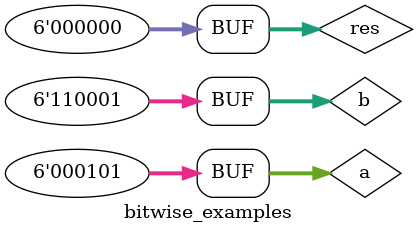
<source format=v>
module  bitwise_examples();
reg [5:0] a = 0;
reg [5:0] b = 0;
reg [5:0] res = 0;



initial begin
    $monitor("check values for a=%b, b=%b, res=%b", a,b,res);
end

initial begin
    
  #1 ;
  a = 6'b00_0101;
  b = 6'b11_0001;

  res = a&b; 

#1 res = ~(a&b);
#1 res = a|b;
#1 res = ~(a|b);
#1 res = a^b;
#1 res = a~^b;
#1 res = ~(a^b);


end


    
endmodule
</source>
